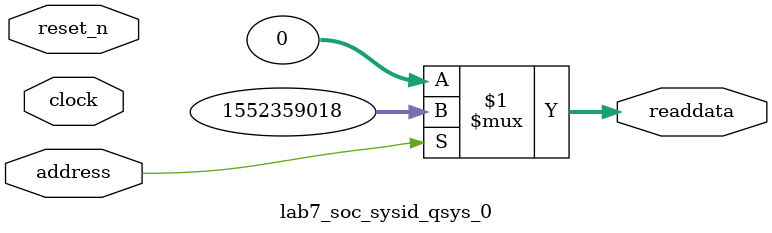
<source format=v>



// synthesis translate_off
`timescale 1ns / 1ps
// synthesis translate_on

// turn off superfluous verilog processor warnings 
// altera message_level Level1 
// altera message_off 10034 10035 10036 10037 10230 10240 10030 

module lab7_soc_sysid_qsys_0 (
               // inputs:
                address,
                clock,
                reset_n,

               // outputs:
                readdata
             )
;

  output  [ 31: 0] readdata;
  input            address;
  input            clock;
  input            reset_n;

  wire    [ 31: 0] readdata;
  //control_slave, which is an e_avalon_slave
  assign readdata = address ? 1552359018 : 0;

endmodule



</source>
